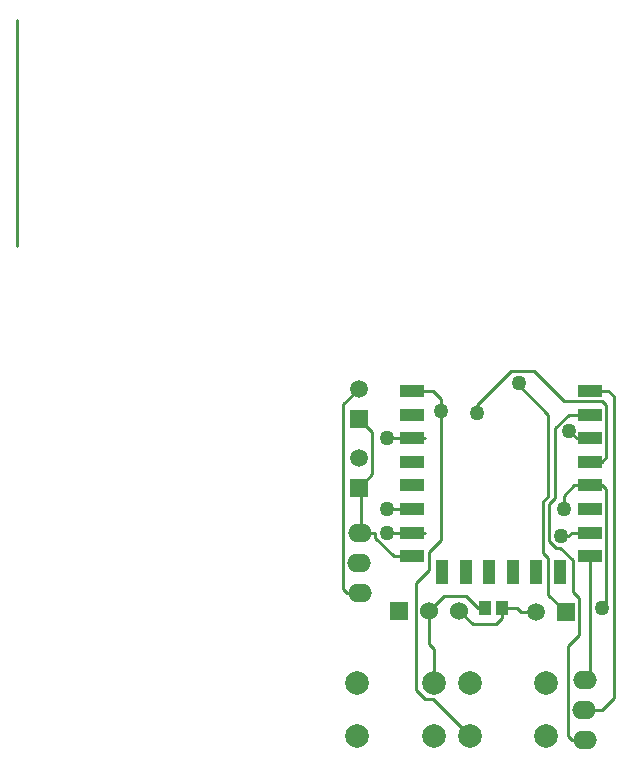
<source format=gtl>
G04 Layer_Physical_Order=1*
G04 Layer_Color=25308*
%FSLAX25Y25*%
%MOIN*%
G70*
G01*
G75*
%ADD10R,0.03937X0.05118*%
%ADD11R,0.07874X0.03937*%
%ADD12R,0.03937X0.07874*%
%ADD13C,0.01000*%
%ADD14C,0.07874*%
%ADD15C,0.06000*%
%ADD16R,0.06000X0.06000*%
%ADD17C,0.05906*%
%ADD18R,0.05906X0.05906*%
%ADD19O,0.08000X0.06000*%
%ADD20R,0.05906X0.05906*%
%ADD21C,0.05000*%
D10*
X156047Y413500D02*
D03*
X161953D02*
D03*
D11*
X131972Y485780D02*
D03*
Y477906D02*
D03*
Y470032D02*
D03*
Y462158D02*
D03*
Y454283D02*
D03*
Y446409D02*
D03*
Y438535D02*
D03*
Y430661D02*
D03*
X191028D02*
D03*
Y438535D02*
D03*
Y446409D02*
D03*
Y454283D02*
D03*
Y462158D02*
D03*
Y470032D02*
D03*
Y477906D02*
D03*
Y485780D02*
D03*
D12*
X141815Y425543D02*
D03*
X149689D02*
D03*
X157563D02*
D03*
X165437D02*
D03*
X173311D02*
D03*
X181185D02*
D03*
D13*
X191028Y389500D02*
Y409300D01*
X137500Y426100D02*
Y431995D01*
X153700Y413500D02*
X156047D01*
X149800Y417400D02*
X153700Y413500D01*
X142400Y417400D02*
X149800D01*
X137500Y412500D02*
X142400Y417400D01*
X191028Y454283D02*
X195181D01*
X196465Y453000D01*
Y414765D02*
Y453000D01*
X195000Y413300D02*
X196465Y414765D01*
X184000Y477906D02*
X191028D01*
X185500Y418900D02*
X187500Y416900D01*
Y404500D02*
Y416900D01*
X183800Y400800D02*
X187500Y404500D01*
X183800Y370700D02*
Y400800D01*
Y370700D02*
X185000Y369500D01*
X189500D01*
X185000Y438535D02*
X191028D01*
X131972Y470032D02*
X136232D01*
X133000Y421600D02*
X137500Y426100D01*
X133000Y386000D02*
Y421600D01*
Y386000D02*
X136000Y383000D01*
X138783D02*
X151000Y370783D01*
X136000Y383000D02*
X138783D01*
X185883Y454283D02*
X191028D01*
Y485780D02*
X197262D01*
X199028Y484014D01*
Y383528D02*
Y484014D01*
X195000Y379500D02*
X199028Y383528D01*
X189300Y379500D02*
X195000D01*
X191028Y417328D02*
Y430661D01*
X191000Y417300D02*
X191028Y417328D01*
X191000Y409328D02*
Y417300D01*
Y409328D02*
X191028Y409300D01*
X189500Y389500D02*
X191028D01*
X186668Y470032D02*
X191028D01*
X184300Y472400D02*
X186668Y470032D01*
X153400Y478500D02*
Y481100D01*
X182600Y482300D02*
X195165D01*
X196465Y481000D01*
Y463622D02*
Y481000D01*
X195000Y462158D02*
X196465Y463622D01*
X191028Y462158D02*
X195000D01*
X147500Y412500D02*
X152000Y408000D01*
X159953D01*
X161953Y410000D01*
Y413500D01*
X114000Y476500D02*
X118500Y472000D01*
Y458000D02*
Y472000D01*
X114000Y453500D02*
X118500Y458000D01*
X114500Y438500D02*
X114886D01*
X114000Y453500D02*
X114886Y452614D01*
X108800Y481300D02*
X114000Y486500D01*
X108800Y419700D02*
Y481300D01*
Y419700D02*
X110000Y418500D01*
X114500D01*
X168200Y412000D02*
X173000D01*
X166700Y413500D02*
X168200Y412000D01*
X161953Y413500D02*
X166700D01*
X137500Y401291D02*
Y412500D01*
Y401291D02*
X139091Y399700D01*
Y388500D02*
Y399700D01*
X0Y534000D02*
Y609500D01*
X179590Y473496D02*
X184000Y477906D01*
X177300Y417700D02*
X183000Y412000D01*
X182500Y446500D02*
Y450900D01*
X185883Y454283D01*
X114886Y438500D02*
Y452614D01*
X131972Y438535D02*
X136035D01*
X123500Y446500D02*
X123591Y446409D01*
X131972D01*
X136000Y438500D02*
X136035Y438535D01*
X114886Y438500D02*
X119500D01*
Y436843D02*
Y438500D01*
Y436843D02*
X125682Y430661D01*
X131972D01*
X123500Y438500D02*
X136000D01*
X136200Y470000D02*
X136232Y470032D01*
X123500Y470000D02*
X136200D01*
X183965Y437500D02*
X185000Y438535D01*
X181500Y437500D02*
X183965D01*
X175500Y431800D02*
X177300Y430000D01*
X175500Y448785D02*
X177300Y450585D01*
Y417700D02*
Y430000D01*
X175500Y431800D02*
Y448785D01*
X177300Y450585D02*
Y477800D01*
X185500Y418900D02*
Y429255D01*
X181255Y433500D02*
X185500Y429255D01*
X179843Y433500D02*
X181255D01*
X177500Y435843D02*
X179843Y433500D01*
X177500Y447957D02*
X179590Y450047D01*
X177500Y435843D02*
Y447957D01*
X179590Y450047D02*
Y473496D01*
X131972Y485780D02*
X138669D01*
X141500Y482949D01*
Y479000D02*
Y482949D01*
Y436005D02*
Y479000D01*
X137500Y431995D02*
X141505Y436000D01*
X167500Y487600D02*
X177300Y477800D01*
X167500Y487600D02*
Y488500D01*
X164800Y492500D02*
X172400D01*
X153400Y481100D02*
X164800Y492500D01*
X172400D02*
X182600Y482300D01*
D14*
X151000Y388500D02*
D03*
Y370783D02*
D03*
X176591Y388500D02*
D03*
Y370783D02*
D03*
X113500Y388500D02*
D03*
Y370783D02*
D03*
X139091Y388500D02*
D03*
Y370783D02*
D03*
D15*
X147500Y412500D02*
D03*
X137500D02*
D03*
D16*
X127500D02*
D03*
D17*
X114000Y463500D02*
D03*
Y486500D02*
D03*
X173000Y412000D02*
D03*
D18*
X114000Y453500D02*
D03*
Y476500D02*
D03*
D19*
X114500Y438500D02*
D03*
X114300Y428500D02*
D03*
X114500Y418500D02*
D03*
X189500Y389500D02*
D03*
X189300Y379500D02*
D03*
X189500Y369500D02*
D03*
D20*
X183000Y412000D02*
D03*
D21*
X195000Y413300D02*
D03*
X184300Y472400D02*
D03*
X153400Y478500D02*
D03*
X182500Y446500D02*
D03*
X123500D02*
D03*
Y438500D02*
D03*
Y470000D02*
D03*
X181500Y437500D02*
D03*
X141500Y479000D02*
D03*
X167500Y488500D02*
D03*
M02*

</source>
